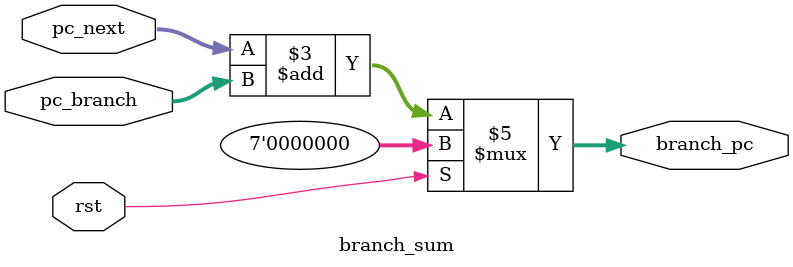
<source format=v>
`timescale 1ns / 1ps
module branch_sum  #(parameter PC_WIDE = 7)(
    input rst,
	 input [PC_WIDE - 1:0] pc_next,
    input [6:0] pc_branch,
    output reg [PC_WIDE - 1:0] branch_pc
    );
	 
	 always @(pc_next or pc_branch or rst) begin
			if (rst == 1) branch_pc <= 0;
			else branch_pc <= pc_next + pc_branch[PC_WIDE - 1:0];
	 end
	
endmodule

</source>
